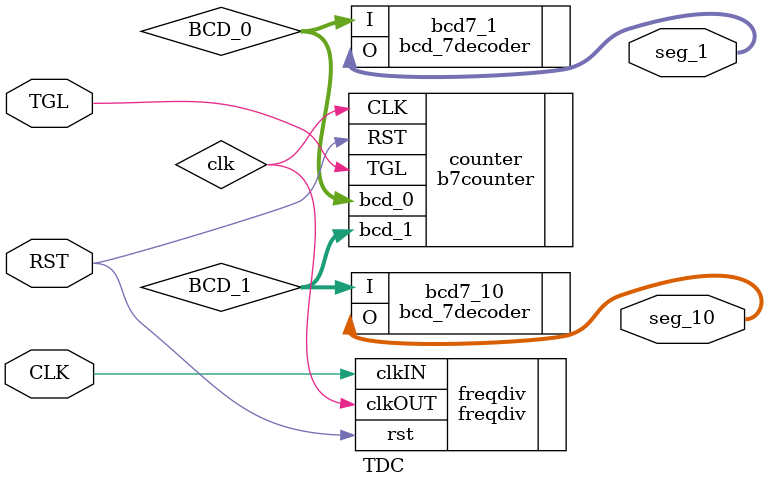
<source format=v>
`timescale 1ns / 1ps

module TDC(
    input CLK,
    input RST,
	 input TGL,
    output  [6:0] seg_1,
    output  [6:0] seg_10
    );
	 
	 wire clk;
	 wire [3:0] BCD_0;
	 wire [3:0] BCD_1;
	 
	 freqdiv freqdiv(.rst(RST), .clkIN(CLK), .clkOUT(clk));
	 b7counter counter(.CLK(clk), .RST(RST), .TGL(TGL), .bcd_0(BCD_0), .bcd_1(BCD_1));
	 bcd_7decoder bcd7_1(.I(BCD_0), .O(seg_1));
	 bcd_7decoder bcd7_10(.I(BCD_1), .O(seg_10));

endmodule
</source>
